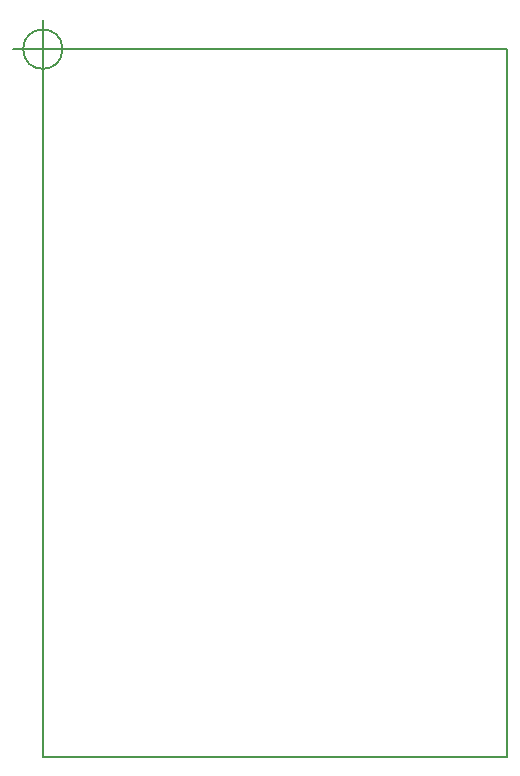
<source format=gm1>
G04 #@! TF.FileFunction,Profile,NP*
%FSLAX46Y46*%
G04 Gerber Fmt 4.6, Leading zero omitted, Abs format (unit mm)*
G04 Created by KiCad (PCBNEW 4.0.6) date 01/14/18 14:47:59*
%MOMM*%
%LPD*%
G01*
G04 APERTURE LIST*
%ADD10C,0.100000*%
%ADD11C,0.150000*%
G04 APERTURE END LIST*
D10*
D11*
X1666666Y0D02*
G75*
G03X1666666Y0I-1666666J0D01*
G01*
X-2500000Y0D02*
X2500000Y0D01*
X0Y2500000D02*
X0Y-2500000D01*
X39300000Y0D02*
X0Y0D01*
X39300000Y-59900000D02*
X39300000Y0D01*
X0Y-59900000D02*
X39300000Y-59900000D01*
X0Y0D02*
X0Y-59900000D01*
M02*

</source>
